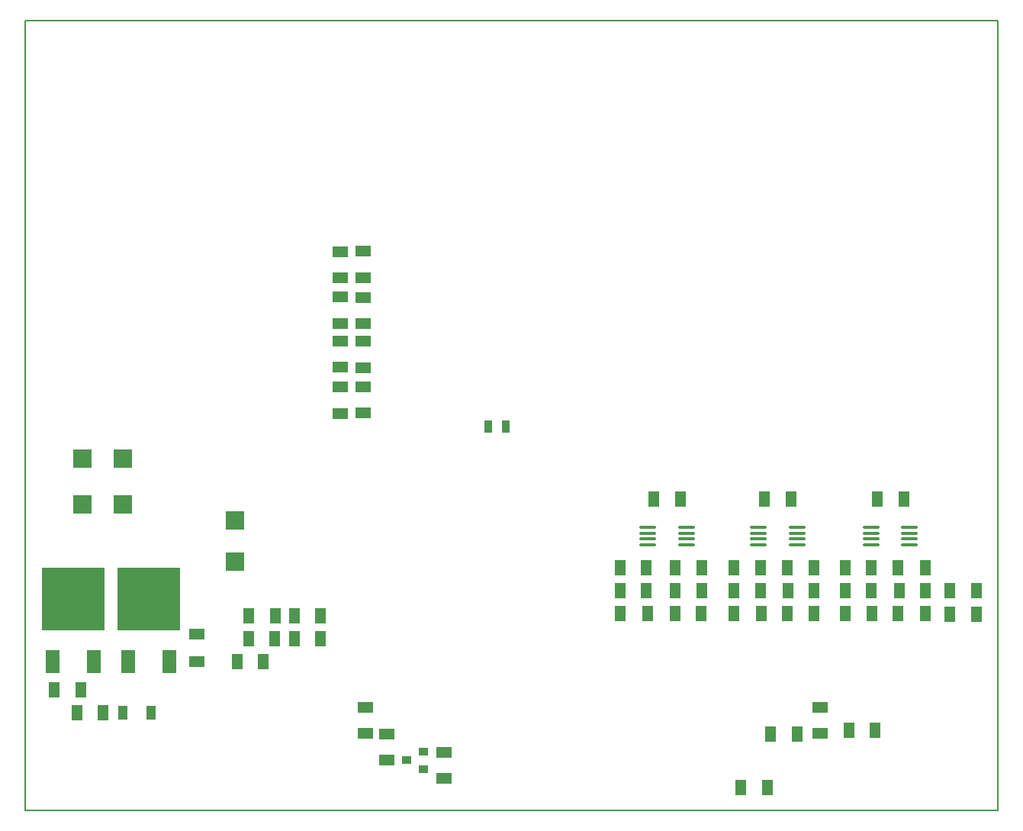
<source format=gbr>
G04 PROTEUS GERBER X2 FILE*
%TF.GenerationSoftware,Labcenter,Proteus,8.7-SP3-Build25561*%
%TF.CreationDate,2021-07-03T21:28:02+00:00*%
%TF.FileFunction,Paste,Bot*%
%TF.FilePolarity,Positive*%
%TF.Part,Single*%
%TF.SameCoordinates,{f2efd226-c5f6-4210-91bb-6bc09b7e039f}*%
%FSLAX45Y45*%
%MOMM*%
G01*
%TA.AperFunction,Material*%
%ADD104R,1.803400X1.143000*%
%TA.AperFunction,Material*%
%ADD96R,6.985000X6.985000*%
%ADD97R,1.524000X2.540000*%
%TA.AperFunction,Material*%
%ADD99R,1.143000X1.803400*%
%AMPPAD078*
4,1,36,
0.901700,-0.025400,
0.901700,0.025400,
0.898160,0.061750,
0.887980,0.095370,
0.871810,0.125600,
0.850300,0.151800,
0.824110,0.173310,
0.793870,0.189480,
0.760250,0.199660,
0.723900,0.203200,
-0.723900,0.203200,
-0.760250,0.199660,
-0.793870,0.189480,
-0.824110,0.173310,
-0.850300,0.151800,
-0.871810,0.125600,
-0.887980,0.095370,
-0.898160,0.061750,
-0.901700,0.025400,
-0.901700,-0.025400,
-0.898160,-0.061750,
-0.887980,-0.095370,
-0.871810,-0.125600,
-0.850300,-0.151800,
-0.824110,-0.173310,
-0.793870,-0.189480,
-0.760250,-0.199660,
-0.723900,-0.203200,
0.723900,-0.203200,
0.760250,-0.199660,
0.793870,-0.189480,
0.824110,-0.173310,
0.850300,-0.151800,
0.871810,-0.125600,
0.887980,-0.095370,
0.898160,-0.061750,
0.901700,-0.025400,
0*%
%TA.AperFunction,Material*%
%ADD88PPAD078*%
%TA.AperFunction,Material*%
%ADD111R,1.016000X1.524000*%
%ADD112R,0.939800X1.447800*%
%TA.AperFunction,Material*%
%ADD108R,1.016000X0.889000*%
%TA.AperFunction,Material*%
%ADD113R,2.108200X2.108200*%
%TA.AperFunction,Profile*%
%ADD39C,0.203200*%
%TD.AperFunction*%
D104*
X+2413000Y-716000D03*
X+2413000Y-1016000D03*
X+2413000Y-218000D03*
X+2413000Y-508000D03*
X+2667000Y-208000D03*
X+2667000Y-508000D03*
X+2667000Y-726000D03*
X+2667000Y-1016000D03*
D96*
X-546100Y-4071620D03*
D97*
X-317500Y-4762500D03*
X-774700Y-4762500D03*
D96*
X+292100Y-4071620D03*
D97*
X+520700Y-4762500D03*
X+63500Y-4762500D03*
D99*
X-462000Y-5080000D03*
X-762000Y-5080000D03*
D104*
X+825500Y-4762500D03*
X+825500Y-4462500D03*
X+2667000Y-1206500D03*
X+2667000Y-1506500D03*
X+2413000Y-1714500D03*
X+2413000Y-2014500D03*
X+2667000Y-1714500D03*
X+2667000Y-2004500D03*
X+2413000Y-1206500D03*
X+2413000Y-1496500D03*
D88*
X+6259000Y-3273402D03*
X+6259000Y-3338402D03*
X+6259000Y-3403402D03*
X+6259000Y-3468402D03*
X+5829000Y-3468402D03*
X+5829000Y-3403402D03*
X+5829000Y-3338402D03*
X+5829000Y-3273402D03*
X+7486107Y-3273033D03*
X+7486107Y-3338033D03*
X+7486107Y-3403033D03*
X+7486107Y-3468033D03*
X+7056107Y-3468033D03*
X+7056107Y-3403033D03*
X+7056107Y-3338033D03*
X+7056107Y-3273033D03*
X+8735869Y-3274533D03*
X+8735869Y-3339533D03*
X+8735869Y-3404533D03*
X+8735869Y-3469533D03*
X+8305869Y-3469533D03*
X+8305869Y-3404533D03*
X+8305869Y-3339533D03*
X+8305869Y-3274533D03*
D99*
X+6195500Y-2957402D03*
X+5895500Y-2957402D03*
X+7422607Y-2957033D03*
X+7122607Y-2957033D03*
X+8672369Y-2958533D03*
X+8372369Y-2958533D03*
X+6432000Y-3719402D03*
X+6132000Y-3719402D03*
X+7676607Y-3719033D03*
X+7376607Y-3719033D03*
X+8908869Y-3719033D03*
X+8608869Y-3719033D03*
X+6432000Y-3973402D03*
X+6132000Y-3973402D03*
X+5824500Y-4227402D03*
X+5524500Y-4227402D03*
X+5524500Y-3719402D03*
X+5814500Y-3719402D03*
X+6422000Y-4227402D03*
X+6132000Y-4227402D03*
X+5814500Y-3973402D03*
X+5524500Y-3973402D03*
X+6787607Y-3719033D03*
X+7077607Y-3719033D03*
X+7676607Y-3973033D03*
X+7386607Y-3973033D03*
X+7077607Y-3973033D03*
X+6787607Y-3973033D03*
X+8019869Y-3719033D03*
X+8309869Y-3719033D03*
X+8908869Y-3973033D03*
X+8618869Y-3973033D03*
X+8309869Y-3973033D03*
X+8019869Y-3973033D03*
X+7087607Y-4227033D03*
X+6787607Y-4227033D03*
X+7676607Y-4227033D03*
X+7376607Y-4227033D03*
X+8319869Y-4227033D03*
X+8019869Y-4227033D03*
X+8908869Y-4227033D03*
X+8608869Y-4227033D03*
X+7158000Y-6159500D03*
X+6858000Y-6159500D03*
X+1697000Y-4254500D03*
X+1397000Y-4254500D03*
D111*
X+0Y-5334000D03*
X+314960Y-5334000D03*
D99*
X+8064500Y-5524500D03*
X+8354500Y-5524500D03*
X+7193500Y-5570499D03*
X+7483500Y-5570499D03*
D104*
X+7737500Y-5560500D03*
X+7737500Y-5270500D03*
D99*
X+9184200Y-4241800D03*
X+9474200Y-4241800D03*
X-218000Y-5334000D03*
X-508000Y-5334000D03*
X+1905000Y-4508500D03*
X+2195000Y-4508500D03*
X+1905000Y-4254500D03*
X+2195000Y-4254500D03*
X+1397000Y-4508500D03*
X+1687000Y-4508500D03*
X+1560000Y-4762500D03*
X+1270000Y-4762500D03*
D112*
X+4054500Y-2159000D03*
X+4254500Y-2159000D03*
D104*
X+2692400Y-5562600D03*
X+2692400Y-5272600D03*
X+3568700Y-5767900D03*
X+3568700Y-6057900D03*
X+2933700Y-5854700D03*
X+2933700Y-5564700D03*
D108*
X+3149600Y-5859780D03*
X+3340100Y-5765800D03*
X+3340100Y-5953760D03*
D113*
X+5500Y-3022600D03*
X-444500Y-3022600D03*
X+5500Y-2514600D03*
X-444500Y-2514600D03*
X+1244600Y-3200400D03*
X+1244600Y-3650400D03*
D99*
X+9474200Y-3975100D03*
X+9184200Y-3975100D03*
D39*
X-1079500Y-6413500D02*
X+9715500Y-6413500D01*
X+9715500Y+2349500D01*
X-1079500Y+2349500D01*
X-1079500Y-6413500D01*
M02*

</source>
